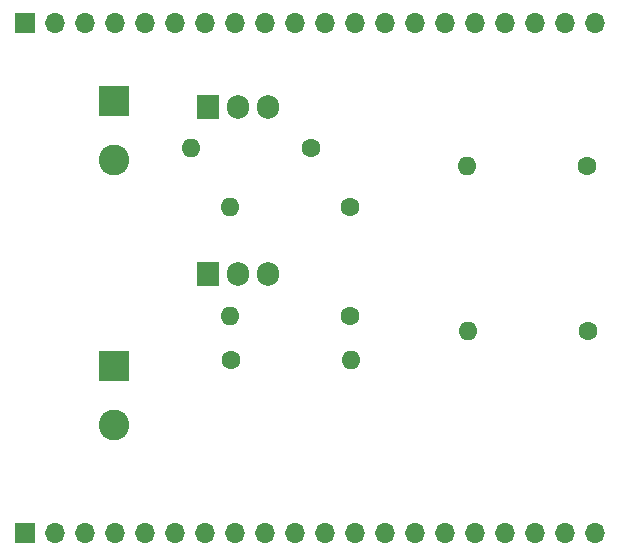
<source format=gbr>
%TF.GenerationSoftware,KiCad,Pcbnew,8.0.8*%
%TF.CreationDate,2025-04-18T11:11:17-04:00*%
%TF.ProjectId,PWM Module 3.0B,50574d20-4d6f-4647-956c-6520332e3042,rev?*%
%TF.SameCoordinates,Original*%
%TF.FileFunction,Soldermask,Bot*%
%TF.FilePolarity,Negative*%
%FSLAX46Y46*%
G04 Gerber Fmt 4.6, Leading zero omitted, Abs format (unit mm)*
G04 Created by KiCad (PCBNEW 8.0.8) date 2025-04-18 11:11:17*
%MOMM*%
%LPD*%
G01*
G04 APERTURE LIST*
%ADD10R,1.700000X1.700000*%
%ADD11O,1.700000X1.700000*%
%ADD12R,1.905000X2.000000*%
%ADD13O,1.905000X2.000000*%
%ADD14C,1.600000*%
%ADD15O,1.600000X1.600000*%
%ADD16R,2.600000X2.600000*%
%ADD17C,2.600000*%
G04 APERTURE END LIST*
D10*
%TO.C,J1*%
X152440000Y-25400000D03*
D11*
X154980000Y-25400000D03*
X157520000Y-25400000D03*
X160060000Y-25400000D03*
X162600000Y-25400000D03*
X165140000Y-25400000D03*
X167680000Y-25400000D03*
X170220000Y-25400000D03*
X172760000Y-25400000D03*
X175300000Y-25400000D03*
X177840000Y-25400000D03*
X180380000Y-25400000D03*
X182920000Y-25400000D03*
X185460000Y-25400000D03*
X188000000Y-25400000D03*
X190540000Y-25400000D03*
X193080000Y-25400000D03*
X195620000Y-25400000D03*
X198160000Y-25400000D03*
X200700000Y-25400000D03*
%TD*%
D12*
%TO.C,U5*%
X167920000Y-32500000D03*
D13*
X170460000Y-32500000D03*
X173000000Y-32500000D03*
%TD*%
D14*
%TO.C,R2*%
X200160000Y-51500000D03*
D15*
X190000000Y-51500000D03*
%TD*%
D14*
%TO.C,R3*%
X180000000Y-41000000D03*
D15*
X169840000Y-41000000D03*
%TD*%
D16*
%TO.C,J4*%
X160000000Y-32000000D03*
D17*
X160000000Y-37000000D03*
%TD*%
D10*
%TO.C,J3*%
X152440000Y-68580000D03*
D11*
X154980000Y-68580000D03*
X157520000Y-68580000D03*
X160060000Y-68580000D03*
X162600000Y-68580000D03*
X165140000Y-68580000D03*
X167680000Y-68580000D03*
X170220000Y-68580000D03*
X172760000Y-68580000D03*
X175300000Y-68580000D03*
X177840000Y-68580000D03*
X180380000Y-68580000D03*
X182920000Y-68580000D03*
X185460000Y-68580000D03*
X188000000Y-68580000D03*
X190540000Y-68580000D03*
X193080000Y-68580000D03*
X195620000Y-68580000D03*
X198160000Y-68580000D03*
X200700000Y-68580000D03*
%TD*%
D14*
%TO.C,R4*%
X169920000Y-54000000D03*
D15*
X180080000Y-54000000D03*
%TD*%
D12*
%TO.C,U6*%
X167960000Y-46715000D03*
D13*
X170500000Y-46715000D03*
X173040000Y-46715000D03*
%TD*%
D16*
%TO.C,J2*%
X160000000Y-54500000D03*
D17*
X160000000Y-59500000D03*
%TD*%
D14*
%TO.C,R6*%
X180000000Y-50270000D03*
D15*
X169840000Y-50270000D03*
%TD*%
D14*
%TO.C,R1*%
X200080000Y-37500000D03*
D15*
X189920000Y-37500000D03*
%TD*%
D14*
%TO.C,R5*%
X176660000Y-36000000D03*
D15*
X166500000Y-36000000D03*
%TD*%
M02*

</source>
